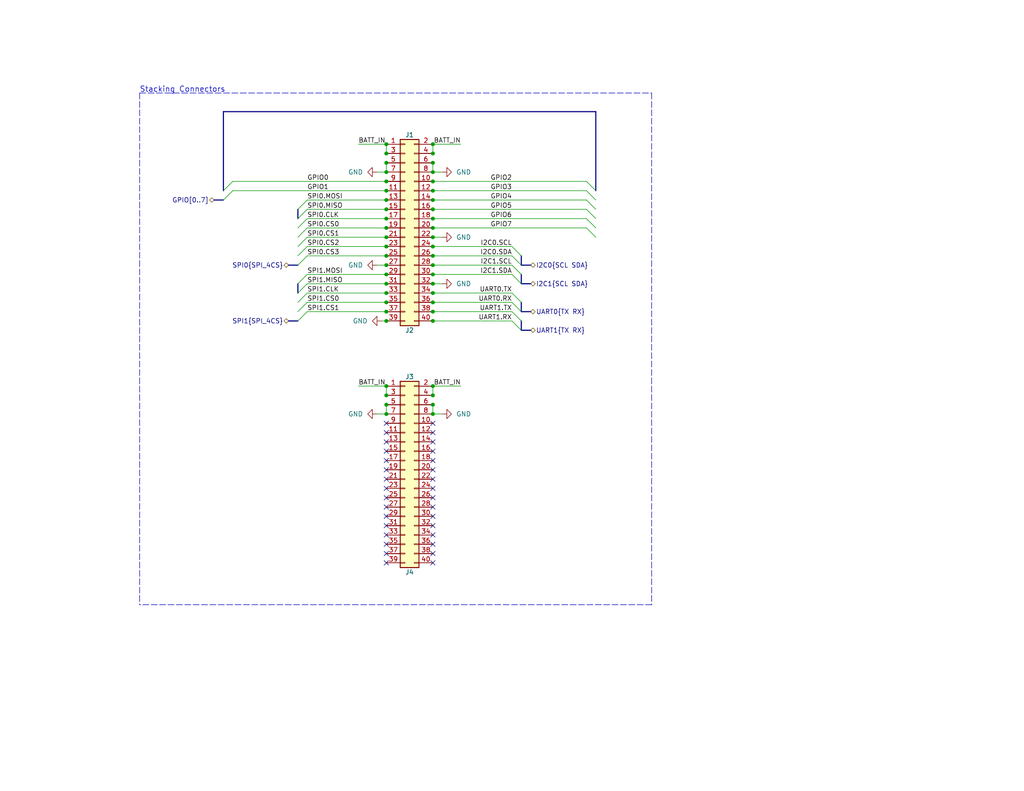
<source format=kicad_sch>
(kicad_sch (version 20210406) (generator eeschema)
  (paper "USLetter")
  (title_block (title "FlySensei Stacking Connectors") (date "2021-05-24") (rev "0.1") (company "George Mason University"))
  (lib_symbols
    (symbol "Connector_Generic:Conn_02x20_Odd_Even" (pin_names (offset 1.016) hide)
      (property "Reference" "J" (at 1.27 25.4 0))
      (property "Value" "Conn_02x20_Odd_Even" (at 1.27 -27.94 0))
      (symbol "Conn_02x20_Odd_Even_1_1"
        (rectangle (start -1.27 -25.273) (end 0 -25.527) (stroke (width 0.1524)))
        (rectangle (start -1.27 -22.733) (end 0 -22.987) (stroke (width 0.1524)))
        (rectangle (start -1.27 -20.193) (end 0 -20.447) (stroke (width 0.1524)))
        (rectangle (start -1.27 -17.653) (end 0 -17.907) (stroke (width 0.1524)))
        (rectangle (start -1.27 -15.113) (end 0 -15.367) (stroke (width 0.1524)))
        (rectangle (start -1.27 -12.573) (end 0 -12.827) (stroke (width 0.1524)))
        (rectangle (start -1.27 -10.033) (end 0 -10.287) (stroke (width 0.1524)))
        (rectangle (start -1.27 -7.493) (end 0 -7.747) (stroke (width 0.1524)))
        (rectangle (start -1.27 -4.953) (end 0 -5.207) (stroke (width 0.1524)))
        (rectangle (start -1.27 -2.413) (end 0 -2.667) (stroke (width 0.1524)))
        (rectangle (start -1.27 0.127) (end 0 -0.127) (stroke (width 0.1524)))
        (rectangle (start -1.27 2.667) (end 0 2.413) (stroke (width 0.1524)))
        (rectangle (start -1.27 5.207) (end 0 4.953) (stroke (width 0.1524)))
        (rectangle (start -1.27 7.747) (end 0 7.493) (stroke (width 0.1524)))
        (rectangle (start -1.27 10.287) (end 0 10.033) (stroke (width 0.1524)))
        (rectangle (start -1.27 12.827) (end 0 12.573) (stroke (width 0.1524)))
        (rectangle (start -1.27 15.367) (end 0 15.113) (stroke (width 0.1524)))
        (rectangle (start -1.27 17.907) (end 0 17.653) (stroke (width 0.1524)))
        (rectangle (start -1.27 20.447) (end 0 20.193) (stroke (width 0.1524)))
        (rectangle (start -1.27 22.987) (end 0 22.733) (stroke (width 0.1524)))
        (rectangle (start 3.81 -25.273) (end 2.54 -25.527) (stroke (width 0.1524)))
        (rectangle (start 3.81 -22.733) (end 2.54 -22.987) (stroke (width 0.1524)))
        (rectangle (start 3.81 -20.193) (end 2.54 -20.447) (stroke (width 0.1524)))
        (rectangle (start 3.81 -17.653) (end 2.54 -17.907) (stroke (width 0.1524)))
        (rectangle (start 3.81 -15.113) (end 2.54 -15.367) (stroke (width 0.1524)))
        (rectangle (start 3.81 -12.573) (end 2.54 -12.827) (stroke (width 0.1524)))
        (rectangle (start 3.81 -10.033) (end 2.54 -10.287) (stroke (width 0.1524)))
        (rectangle (start 3.81 -7.493) (end 2.54 -7.747) (stroke (width 0.1524)))
        (rectangle (start 3.81 -4.953) (end 2.54 -5.207) (stroke (width 0.1524)))
        (rectangle (start 3.81 -2.413) (end 2.54 -2.667) (stroke (width 0.1524)))
        (rectangle (start 3.81 0.127) (end 2.54 -0.127) (stroke (width 0.1524)))
        (rectangle (start 3.81 2.667) (end 2.54 2.413) (stroke (width 0.1524)))
        (rectangle (start 3.81 5.207) (end 2.54 4.953) (stroke (width 0.1524)))
        (rectangle (start 3.81 7.747) (end 2.54 7.493) (stroke (width 0.1524)))
        (rectangle (start 3.81 10.287) (end 2.54 10.033) (stroke (width 0.1524)))
        (rectangle (start 3.81 12.827) (end 2.54 12.573) (stroke (width 0.1524)))
        (rectangle (start 3.81 15.367) (end 2.54 15.113) (stroke (width 0.1524)))
        (rectangle (start 3.81 17.907) (end 2.54 17.653) (stroke (width 0.1524)))
        (rectangle (start 3.81 20.447) (end 2.54 20.193) (stroke (width 0.1524)))
        (rectangle (start 3.81 22.987) (end 2.54 22.733) (stroke (width 0.1524)))
        (rectangle (start -1.27 24.13) (end 3.81 -26.67) (stroke (width 0.254)) (fill (type background)))
        (pin passive line (at -5.08 22.86 0) (length 3.81) (name "Pin_1") (number "1"))
        (pin passive line (at 7.62 12.7 180) (length 3.81) (name "Pin_10") (number "10"))
        (pin passive line (at -5.08 10.16 0) (length 3.81) (name "Pin_11") (number "11"))
        (pin passive line (at 7.62 10.16 180) (length 3.81) (name "Pin_12") (number "12"))
        (pin passive line (at -5.08 7.62 0) (length 3.81) (name "Pin_13") (number "13"))
        (pin passive line (at 7.62 7.62 180) (length 3.81) (name "Pin_14") (number "14"))
        (pin passive line (at -5.08 5.08 0) (length 3.81) (name "Pin_15") (number "15"))
        (pin passive line (at 7.62 5.08 180) (length 3.81) (name "Pin_16") (number "16"))
        (pin passive line (at -5.08 2.54 0) (length 3.81) (name "Pin_17") (number "17"))
        (pin passive line (at 7.62 2.54 180) (length 3.81) (name "Pin_18") (number "18"))
        (pin passive line (at -5.08 0 0) (length 3.81) (name "Pin_19") (number "19"))
        (pin passive line (at 7.62 22.86 180) (length 3.81) (name "Pin_2") (number "2"))
        (pin passive line (at 7.62 0 180) (length 3.81) (name "Pin_20") (number "20"))
        (pin passive line (at -5.08 -2.54 0) (length 3.81) (name "Pin_21") (number "21"))
        (pin passive line (at 7.62 -2.54 180) (length 3.81) (name "Pin_22") (number "22"))
        (pin passive line (at -5.08 -5.08 0) (length 3.81) (name "Pin_23") (number "23"))
        (pin passive line (at 7.62 -5.08 180) (length 3.81) (name "Pin_24") (number "24"))
        (pin passive line (at -5.08 -7.62 0) (length 3.81) (name "Pin_25") (number "25"))
        (pin passive line (at 7.62 -7.62 180) (length 3.81) (name "Pin_26") (number "26"))
        (pin passive line (at -5.08 -10.16 0) (length 3.81) (name "Pin_27") (number "27"))
        (pin passive line (at 7.62 -10.16 180) (length 3.81) (name "Pin_28") (number "28"))
        (pin passive line (at -5.08 -12.7 0) (length 3.81) (name "Pin_29") (number "29"))
        (pin passive line (at -5.08 20.32 0) (length 3.81) (name "Pin_3") (number "3"))
        (pin passive line (at 7.62 -12.7 180) (length 3.81) (name "Pin_30") (number "30"))
        (pin passive line (at -5.08 -15.24 0) (length 3.81) (name "Pin_31") (number "31"))
        (pin passive line (at 7.62 -15.24 180) (length 3.81) (name "Pin_32") (number "32"))
        (pin passive line (at -5.08 -17.78 0) (length 3.81) (name "Pin_33") (number "33"))
        (pin passive line (at 7.62 -17.78 180) (length 3.81) (name "Pin_34") (number "34"))
        (pin passive line (at -5.08 -20.32 0) (length 3.81) (name "Pin_35") (number "35"))
        (pin passive line (at 7.62 -20.32 180) (length 3.81) (name "Pin_36") (number "36"))
        (pin passive line (at -5.08 -22.86 0) (length 3.81) (name "Pin_37") (number "37"))
        (pin passive line (at 7.62 -22.86 180) (length 3.81) (name "Pin_38") (number "38"))
        (pin passive line (at -5.08 -25.4 0) (length 3.81) (name "Pin_39") (number "39"))
        (pin passive line (at 7.62 20.32 180) (length 3.81) (name "Pin_4") (number "4"))
        (pin passive line (at 7.62 -25.4 180) (length 3.81) (name "Pin_40") (number "40"))
        (pin passive line (at -5.08 17.78 0) (length 3.81) (name "Pin_5") (number "5"))
        (pin passive line (at 7.62 17.78 180) (length 3.81) (name "Pin_6") (number "6"))
        (pin passive line (at -5.08 15.24 0) (length 3.81) (name "Pin_7") (number "7"))
        (pin passive line (at 7.62 15.24 180) (length 3.81) (name "Pin_8") (number "8"))
        (pin passive line (at -5.08 12.7 0) (length 3.81) (name "Pin_9") (number "9"))
      )
    )
    (symbol "Connector_Generic:Conn_02x20_Odd_Even_1" (pin_numbers hide) (pin_names (offset 1.016) hide)
      (property "Reference" "J" (at 1.27 25.4 0))
      (property "Value" "Conn_02x20_Odd_Even" (at 1.27 -27.94 0))
      (symbol "Conn_02x20_Odd_Even_1_1_1"
        (rectangle (start -1.27 -25.273) (end 0 -25.527) (stroke (width 0.1524)))
        (rectangle (start -1.27 -22.733) (end 0 -22.987) (stroke (width 0.1524)))
        (rectangle (start -1.27 -20.193) (end 0 -20.447) (stroke (width 0.1524)))
        (rectangle (start -1.27 -17.653) (end 0 -17.907) (stroke (width 0.1524)))
        (rectangle (start -1.27 -15.113) (end 0 -15.367) (stroke (width 0.1524)))
        (rectangle (start -1.27 -12.573) (end 0 -12.827) (stroke (width 0.1524)))
        (rectangle (start -1.27 -10.033) (end 0 -10.287) (stroke (width 0.1524)))
        (rectangle (start -1.27 -7.493) (end 0 -7.747) (stroke (width 0.1524)))
        (rectangle (start -1.27 -4.953) (end 0 -5.207) (stroke (width 0.1524)))
        (rectangle (start -1.27 -2.413) (end 0 -2.667) (stroke (width 0.1524)))
        (rectangle (start -1.27 0.127) (end 0 -0.127) (stroke (width 0.1524)))
        (rectangle (start -1.27 2.667) (end 0 2.413) (stroke (width 0.1524)))
        (rectangle (start -1.27 5.207) (end 0 4.953) (stroke (width 0.1524)))
        (rectangle (start -1.27 7.747) (end 0 7.493) (stroke (width 0.1524)))
        (rectangle (start -1.27 10.287) (end 0 10.033) (stroke (width 0.1524)))
        (rectangle (start -1.27 12.827) (end 0 12.573) (stroke (width 0.1524)))
        (rectangle (start -1.27 15.367) (end 0 15.113) (stroke (width 0.1524)))
        (rectangle (start -1.27 17.907) (end 0 17.653) (stroke (width 0.1524)))
        (rectangle (start -1.27 20.447) (end 0 20.193) (stroke (width 0.1524)))
        (rectangle (start -1.27 22.987) (end 0 22.733) (stroke (width 0.1524)))
        (rectangle (start 3.81 -25.273) (end 2.54 -25.527) (stroke (width 0.1524)))
        (rectangle (start 3.81 -22.733) (end 2.54 -22.987) (stroke (width 0.1524)))
        (rectangle (start 3.81 -20.193) (end 2.54 -20.447) (stroke (width 0.1524)))
        (rectangle (start 3.81 -17.653) (end 2.54 -17.907) (stroke (width 0.1524)))
        (rectangle (start 3.81 -15.113) (end 2.54 -15.367) (stroke (width 0.1524)))
        (rectangle (start 3.81 -12.573) (end 2.54 -12.827) (stroke (width 0.1524)))
        (rectangle (start 3.81 -10.033) (end 2.54 -10.287) (stroke (width 0.1524)))
        (rectangle (start 3.81 -7.493) (end 2.54 -7.747) (stroke (width 0.1524)))
        (rectangle (start 3.81 -4.953) (end 2.54 -5.207) (stroke (width 0.1524)))
        (rectangle (start 3.81 -2.413) (end 2.54 -2.667) (stroke (width 0.1524)))
        (rectangle (start 3.81 0.127) (end 2.54 -0.127) (stroke (width 0.1524)))
        (rectangle (start 3.81 2.667) (end 2.54 2.413) (stroke (width 0.1524)))
        (rectangle (start 3.81 5.207) (end 2.54 4.953) (stroke (width 0.1524)))
        (rectangle (start 3.81 7.747) (end 2.54 7.493) (stroke (width 0.1524)))
        (rectangle (start 3.81 10.287) (end 2.54 10.033) (stroke (width 0.1524)))
        (rectangle (start 3.81 12.827) (end 2.54 12.573) (stroke (width 0.1524)))
        (rectangle (start 3.81 15.367) (end 2.54 15.113) (stroke (width 0.1524)))
        (rectangle (start 3.81 17.907) (end 2.54 17.653) (stroke (width 0.1524)))
        (rectangle (start 3.81 20.447) (end 2.54 20.193) (stroke (width 0.1524)))
        (rectangle (start 3.81 22.987) (end 2.54 22.733) (stroke (width 0.1524)))
        (rectangle (start -1.27 24.13) (end 3.81 -26.67) (stroke (width 0.254)) (fill (type background)))
        (pin passive line (at -5.08 22.86 0) (length 3.81) (name "Pin_1") (number "1"))
        (pin passive line (at 7.62 12.7 180) (length 3.81) (name "Pin_10") (number "10"))
        (pin passive line (at -5.08 10.16 0) (length 3.81) (name "Pin_11") (number "11"))
        (pin passive line (at 7.62 10.16 180) (length 3.81) (name "Pin_12") (number "12"))
        (pin passive line (at -5.08 7.62 0) (length 3.81) (name "Pin_13") (number "13"))
        (pin passive line (at 7.62 7.62 180) (length 3.81) (name "Pin_14") (number "14"))
        (pin passive line (at -5.08 5.08 0) (length 3.81) (name "Pin_15") (number "15"))
        (pin passive line (at 7.62 5.08 180) (length 3.81) (name "Pin_16") (number "16"))
        (pin passive line (at -5.08 2.54 0) (length 3.81) (name "Pin_17") (number "17"))
        (pin passive line (at 7.62 2.54 180) (length 3.81) (name "Pin_18") (number "18"))
        (pin passive line (at -5.08 0 0) (length 3.81) (name "Pin_19") (number "19"))
        (pin passive line (at 7.62 22.86 180) (length 3.81) (name "Pin_2") (number "2"))
        (pin passive line (at 7.62 0 180) (length 3.81) (name "Pin_20") (number "20"))
        (pin passive line (at -5.08 -2.54 0) (length 3.81) (name "Pin_21") (number "21"))
        (pin passive line (at 7.62 -2.54 180) (length 3.81) (name "Pin_22") (number "22"))
        (pin passive line (at -5.08 -5.08 0) (length 3.81) (name "Pin_23") (number "23"))
        (pin passive line (at 7.62 -5.08 180) (length 3.81) (name "Pin_24") (number "24"))
        (pin passive line (at -5.08 -7.62 0) (length 3.81) (name "Pin_25") (number "25"))
        (pin passive line (at 7.62 -7.62 180) (length 3.81) (name "Pin_26") (number "26"))
        (pin passive line (at -5.08 -10.16 0) (length 3.81) (name "Pin_27") (number "27"))
        (pin passive line (at 7.62 -10.16 180) (length 3.81) (name "Pin_28") (number "28"))
        (pin passive line (at -5.08 -12.7 0) (length 3.81) (name "Pin_29") (number "29"))
        (pin passive line (at -5.08 20.32 0) (length 3.81) (name "Pin_3") (number "3"))
        (pin passive line (at 7.62 -12.7 180) (length 3.81) (name "Pin_30") (number "30"))
        (pin passive line (at -5.08 -15.24 0) (length 3.81) (name "Pin_31") (number "31"))
        (pin passive line (at 7.62 -15.24 180) (length 3.81) (name "Pin_32") (number "32"))
        (pin passive line (at -5.08 -17.78 0) (length 3.81) (name "Pin_33") (number "33"))
        (pin passive line (at 7.62 -17.78 180) (length 3.81) (name "Pin_34") (number "34"))
        (pin passive line (at -5.08 -20.32 0) (length 3.81) (name "Pin_35") (number "35"))
        (pin passive line (at 7.62 -20.32 180) (length 3.81) (name "Pin_36") (number "36"))
        (pin passive line (at -5.08 -22.86 0) (length 3.81) (name "Pin_37") (number "37"))
        (pin passive line (at 7.62 -22.86 180) (length 3.81) (name "Pin_38") (number "38"))
        (pin passive line (at -5.08 -25.4 0) (length 3.81) (name "Pin_39") (number "39"))
        (pin passive line (at 7.62 20.32 180) (length 3.81) (name "Pin_4") (number "4"))
        (pin passive line (at 7.62 -25.4 180) (length 3.81) (name "Pin_40") (number "40"))
        (pin passive line (at -5.08 17.78 0) (length 3.81) (name "Pin_5") (number "5"))
        (pin passive line (at 7.62 17.78 180) (length 3.81) (name "Pin_6") (number "6"))
        (pin passive line (at -5.08 15.24 0) (length 3.81) (name "Pin_7") (number "7"))
        (pin passive line (at 7.62 15.24 180) (length 3.81) (name "Pin_8") (number "8"))
        (pin passive line (at -5.08 12.7 0) (length 3.81) (name "Pin_9") (number "9"))
      )
    )
    (symbol "Connector_Generic:Conn_02x20_Odd_Even_2" (pin_numbers hide) (pin_names (offset 1.016) hide)
      (property "Reference" "J" (at 1.27 25.4 0))
      (property "Value" "Conn_02x20_Odd_Even" (at 1.27 -27.94 0))
      (symbol "Conn_02x20_Odd_Even_2_1_1"
        (rectangle (start -1.27 -25.273) (end 0 -25.527) (stroke (width 0.1524)))
        (rectangle (start -1.27 -22.733) (end 0 -22.987) (stroke (width 0.1524)))
        (rectangle (start -1.27 -20.193) (end 0 -20.447) (stroke (width 0.1524)))
        (rectangle (start -1.27 -17.653) (end 0 -17.907) (stroke (width 0.1524)))
        (rectangle (start -1.27 -15.113) (end 0 -15.367) (stroke (width 0.1524)))
        (rectangle (start -1.27 -12.573) (end 0 -12.827) (stroke (width 0.1524)))
        (rectangle (start -1.27 -10.033) (end 0 -10.287) (stroke (width 0.1524)))
        (rectangle (start -1.27 -7.493) (end 0 -7.747) (stroke (width 0.1524)))
        (rectangle (start -1.27 -4.953) (end 0 -5.207) (stroke (width 0.1524)))
        (rectangle (start -1.27 -2.413) (end 0 -2.667) (stroke (width 0.1524)))
        (rectangle (start -1.27 0.127) (end 0 -0.127) (stroke (width 0.1524)))
        (rectangle (start -1.27 2.667) (end 0 2.413) (stroke (width 0.1524)))
        (rectangle (start -1.27 5.207) (end 0 4.953) (stroke (width 0.1524)))
        (rectangle (start -1.27 7.747) (end 0 7.493) (stroke (width 0.1524)))
        (rectangle (start -1.27 10.287) (end 0 10.033) (stroke (width 0.1524)))
        (rectangle (start -1.27 12.827) (end 0 12.573) (stroke (width 0.1524)))
        (rectangle (start -1.27 15.367) (end 0 15.113) (stroke (width 0.1524)))
        (rectangle (start -1.27 17.907) (end 0 17.653) (stroke (width 0.1524)))
        (rectangle (start -1.27 20.447) (end 0 20.193) (stroke (width 0.1524)))
        (rectangle (start -1.27 22.987) (end 0 22.733) (stroke (width 0.1524)))
        (rectangle (start 3.81 -25.273) (end 2.54 -25.527) (stroke (width 0.1524)))
        (rectangle (start 3.81 -22.733) (end 2.54 -22.987) (stroke (width 0.1524)))
        (rectangle (start 3.81 -20.193) (end 2.54 -20.447) (stroke (width 0.1524)))
        (rectangle (start 3.81 -17.653) (end 2.54 -17.907) (stroke (width 0.1524)))
        (rectangle (start 3.81 -15.113) (end 2.54 -15.367) (stroke (width 0.1524)))
        (rectangle (start 3.81 -12.573) (end 2.54 -12.827) (stroke (width 0.1524)))
        (rectangle (start 3.81 -10.033) (end 2.54 -10.287) (stroke (width 0.1524)))
        (rectangle (start 3.81 -7.493) (end 2.54 -7.747) (stroke (width 0.1524)))
        (rectangle (start 3.81 -4.953) (end 2.54 -5.207) (stroke (width 0.1524)))
        (rectangle (start 3.81 -2.413) (end 2.54 -2.667) (stroke (width 0.1524)))
        (rectangle (start 3.81 0.127) (end 2.54 -0.127) (stroke (width 0.1524)))
        (rectangle (start 3.81 2.667) (end 2.54 2.413) (stroke (width 0.1524)))
        (rectangle (start 3.81 5.207) (end 2.54 4.953) (stroke (width 0.1524)))
        (rectangle (start 3.81 7.747) (end 2.54 7.493) (stroke (width 0.1524)))
        (rectangle (start 3.81 10.287) (end 2.54 10.033) (stroke (width 0.1524)))
        (rectangle (start 3.81 12.827) (end 2.54 12.573) (stroke (width 0.1524)))
        (rectangle (start 3.81 15.367) (end 2.54 15.113) (stroke (width 0.1524)))
        (rectangle (start 3.81 17.907) (end 2.54 17.653) (stroke (width 0.1524)))
        (rectangle (start 3.81 20.447) (end 2.54 20.193) (stroke (width 0.1524)))
        (rectangle (start 3.81 22.987) (end 2.54 22.733) (stroke (width 0.1524)))
        (rectangle (start -1.27 24.13) (end 3.81 -26.67) (stroke (width 0.254)) (fill (type background)))
        (pin passive line (at -5.08 22.86 0) (length 3.81) (name "Pin_1") (number "1"))
        (pin passive line (at 7.62 12.7 180) (length 3.81) (name "Pin_10") (number "10"))
        (pin passive line (at -5.08 10.16 0) (length 3.81) (name "Pin_11") (number "11"))
        (pin passive line (at 7.62 10.16 180) (length 3.81) (name "Pin_12") (number "12"))
        (pin passive line (at -5.08 7.62 0) (length 3.81) (name "Pin_13") (number "13"))
        (pin passive line (at 7.62 7.62 180) (length 3.81) (name "Pin_14") (number "14"))
        (pin passive line (at -5.08 5.08 0) (length 3.81) (name "Pin_15") (number "15"))
        (pin passive line (at 7.62 5.08 180) (length 3.81) (name "Pin_16") (number "16"))
        (pin passive line (at -5.08 2.54 0) (length 3.81) (name "Pin_17") (number "17"))
        (pin passive line (at 7.62 2.54 180) (length 3.81) (name "Pin_18") (number "18"))
        (pin passive line (at -5.08 0 0) (length 3.81) (name "Pin_19") (number "19"))
        (pin passive line (at 7.62 22.86 180) (length 3.81) (name "Pin_2") (number "2"))
        (pin passive line (at 7.62 0 180) (length 3.81) (name "Pin_20") (number "20"))
        (pin passive line (at -5.08 -2.54 0) (length 3.81) (name "Pin_21") (number "21"))
        (pin passive line (at 7.62 -2.54 180) (length 3.81) (name "Pin_22") (number "22"))
        (pin passive line (at -5.08 -5.08 0) (length 3.81) (name "Pin_23") (number "23"))
        (pin passive line (at 7.62 -5.08 180) (length 3.81) (name "Pin_24") (number "24"))
        (pin passive line (at -5.08 -7.62 0) (length 3.81) (name "Pin_25") (number "25"))
        (pin passive line (at 7.62 -7.62 180) (length 3.81) (name "Pin_26") (number "26"))
        (pin passive line (at -5.08 -10.16 0) (length 3.81) (name "Pin_27") (number "27"))
        (pin passive line (at 7.62 -10.16 180) (length 3.81) (name "Pin_28") (number "28"))
        (pin passive line (at -5.08 -12.7 0) (length 3.81) (name "Pin_29") (number "29"))
        (pin passive line (at -5.08 20.32 0) (length 3.81) (name "Pin_3") (number "3"))
        (pin passive line (at 7.62 -12.7 180) (length 3.81) (name "Pin_30") (number "30"))
        (pin passive line (at -5.08 -15.24 0) (length 3.81) (name "Pin_31") (number "31"))
        (pin passive line (at 7.62 -15.24 180) (length 3.81) (name "Pin_32") (number "32"))
        (pin passive line (at -5.08 -17.78 0) (length 3.81) (name "Pin_33") (number "33"))
        (pin passive line (at 7.62 -17.78 180) (length 3.81) (name "Pin_34") (number "34"))
        (pin passive line (at -5.08 -20.32 0) (length 3.81) (name "Pin_35") (number "35"))
        (pin passive line (at 7.62 -20.32 180) (length 3.81) (name "Pin_36") (number "36"))
        (pin passive line (at -5.08 -22.86 0) (length 3.81) (name "Pin_37") (number "37"))
        (pin passive line (at 7.62 -22.86 180) (length 3.81) (name "Pin_38") (number "38"))
        (pin passive line (at -5.08 -25.4 0) (length 3.81) (name "Pin_39") (number "39"))
        (pin passive line (at 7.62 20.32 180) (length 3.81) (name "Pin_4") (number "4"))
        (pin passive line (at 7.62 -25.4 180) (length 3.81) (name "Pin_40") (number "40"))
        (pin passive line (at -5.08 17.78 0) (length 3.81) (name "Pin_5") (number "5"))
        (pin passive line (at 7.62 17.78 180) (length 3.81) (name "Pin_6") (number "6"))
        (pin passive line (at -5.08 15.24 0) (length 3.81) (name "Pin_7") (number "7"))
        (pin passive line (at 7.62 15.24 180) (length 3.81) (name "Pin_8") (number "8"))
        (pin passive line (at -5.08 12.7 0) (length 3.81) (name "Pin_9") (number "9"))
      )
    )
    (symbol "power:GND" (power) (pin_names (offset 0))
      (property "Value" "GND" (at 0 -3.81 0))
      (symbol "GND_0_1"
        (polyline (pts (xy 0 0) (xy 0 -1.27) (xy 1.27 -1.27) (xy 0 -2.54) (xy -1.27 -1.27) (xy 0 -1.27)))
      )
      (symbol "GND_1_1"
        (pin power_in line (at 0 0 270) (length 0) hide (name "GND") (number "1"))
      )
    )
  )
  (junction (at 105.41 39.37) (diameter 0.9144))
  (junction (at 105.41 41.91) (diameter 0.9144))
  (junction (at 105.41 44.45) (diameter 0.9144))
  (junction (at 105.41 46.99) (diameter 0.9144))
  (junction (at 105.41 49.53) (diameter 0.9144))
  (junction (at 105.41 52.07) (diameter 0.9144))
  (junction (at 105.41 54.61) (diameter 0.9144))
  (junction (at 105.41 57.15) (diameter 0.9144))
  (junction (at 105.41 59.69) (diameter 0.9144))
  (junction (at 105.41 62.23) (diameter 0.9144))
  (junction (at 105.41 64.77) (diameter 0.9144))
  (junction (at 105.41 67.31) (diameter 0.9144))
  (junction (at 105.41 69.85) (diameter 0.9144))
  (junction (at 105.41 72.39) (diameter 0.9144))
  (junction (at 105.41 74.93) (diameter 0.9144))
  (junction (at 105.41 77.47) (diameter 0.9144))
  (junction (at 105.41 80.01) (diameter 0.9144))
  (junction (at 105.41 82.55) (diameter 0.9144))
  (junction (at 105.41 85.09) (diameter 0.9144))
  (junction (at 105.41 87.63) (diameter 0.9144))
  (junction (at 105.41 105.41) (diameter 0.9144))
  (junction (at 105.41 107.95) (diameter 0.9144))
  (junction (at 105.41 110.49) (diameter 0.9144))
  (junction (at 105.41 113.03) (diameter 0.9144))
  (junction (at 118.11 39.37) (diameter 0.9144))
  (junction (at 118.11 41.91) (diameter 0.9144))
  (junction (at 118.11 44.45) (diameter 0.9144))
  (junction (at 118.11 46.99) (diameter 0.9144))
  (junction (at 118.11 49.53) (diameter 0.9144))
  (junction (at 118.11 52.07) (diameter 0.9144))
  (junction (at 118.11 54.61) (diameter 0.9144))
  (junction (at 118.11 57.15) (diameter 0.9144))
  (junction (at 118.11 59.69) (diameter 0.9144))
  (junction (at 118.11 62.23) (diameter 0.9144))
  (junction (at 118.11 64.77) (diameter 0.9144))
  (junction (at 118.11 67.31) (diameter 0.9144))
  (junction (at 118.11 69.85) (diameter 0.9144))
  (junction (at 118.11 72.39) (diameter 0.9144))
  (junction (at 118.11 74.93) (diameter 0.9144))
  (junction (at 118.11 77.47) (diameter 0.9144))
  (junction (at 118.11 80.01) (diameter 0.9144))
  (junction (at 118.11 82.55) (diameter 0.9144))
  (junction (at 118.11 85.09) (diameter 0.9144))
  (junction (at 118.11 87.63) (diameter 0.9144))
  (junction (at 118.11 105.41) (diameter 0.9144))
  (junction (at 118.11 107.95) (diameter 0.9144))
  (junction (at 118.11 110.49) (diameter 0.9144))
  (junction (at 118.11 113.03) (diameter 0.9144))
  (no_connect (at 105.41 115.57))
  (no_connect (at 105.41 118.11))
  (no_connect (at 105.41 120.65))
  (no_connect (at 105.41 123.19))
  (no_connect (at 105.41 125.73))
  (no_connect (at 105.41 128.27))
  (no_connect (at 105.41 130.81))
  (no_connect (at 105.41 133.35))
  (no_connect (at 105.41 135.89))
  (no_connect (at 105.41 138.43))
  (no_connect (at 105.41 140.97))
  (no_connect (at 105.41 143.51))
  (no_connect (at 105.41 146.05))
  (no_connect (at 105.41 148.59))
  (no_connect (at 105.41 151.13))
  (no_connect (at 105.41 153.67))
  (no_connect (at 118.11 115.57))
  (no_connect (at 118.11 118.11))
  (no_connect (at 118.11 120.65))
  (no_connect (at 118.11 123.19))
  (no_connect (at 118.11 125.73))
  (no_connect (at 118.11 128.27))
  (no_connect (at 118.11 130.81))
  (no_connect (at 118.11 133.35))
  (no_connect (at 118.11 135.89))
  (no_connect (at 118.11 138.43))
  (no_connect (at 118.11 140.97))
  (no_connect (at 118.11 143.51))
  (no_connect (at 118.11 146.05))
  (no_connect (at 118.11 148.59))
  (no_connect (at 118.11 151.13))
  (no_connect (at 118.11 153.67))
  (bus_entry (at 60.96 52.07) (size 2.54 -2.54) (stroke (width 0.1524)))
  (bus_entry (at 60.96 54.61) (size 2.54 -2.54) (stroke (width 0.1524)))
  (bus_entry (at 81.28 57.15) (size 2.54 -2.54) (stroke (width 0.1524)))
  (bus_entry (at 81.28 59.69) (size 2.54 -2.54) (stroke (width 0.1524)))
  (bus_entry (at 81.28 62.23) (size 2.54 -2.54) (stroke (width 0.1524)))
  (bus_entry (at 81.28 64.77) (size 2.54 -2.54) (stroke (width 0.1524)))
  (bus_entry (at 81.28 67.31) (size 2.54 -2.54) (stroke (width 0.1524)))
  (bus_entry (at 81.28 69.85) (size 2.54 -2.54) (stroke (width 0.1524)))
  (bus_entry (at 81.28 72.39) (size 2.54 -2.54) (stroke (width 0.1524)))
  (bus_entry (at 81.28 77.47) (size 2.54 -2.54) (stroke (width 0.1524)))
  (bus_entry (at 81.28 80.01) (size 2.54 -2.54) (stroke (width 0.1524)))
  (bus_entry (at 81.28 82.55) (size 2.54 -2.54) (stroke (width 0.1524)))
  (bus_entry (at 81.28 85.09) (size 2.54 -2.54) (stroke (width 0.1524)))
  (bus_entry (at 81.28 87.63) (size 2.54 -2.54) (stroke (width 0.1524)))
  (bus_entry (at 142.24 69.85) (size -2.54 -2.54) (stroke (width 0.1524)))
  (bus_entry (at 142.24 72.39) (size -2.54 -2.54) (stroke (width 0.1524)))
  (bus_entry (at 142.24 74.93) (size -2.54 -2.54) (stroke (width 0.1524)))
  (bus_entry (at 142.24 77.47) (size -2.54 -2.54) (stroke (width 0.1524)))
  (bus_entry (at 142.24 82.55) (size -2.54 -2.54) (stroke (width 0.1524)))
  (bus_entry (at 142.24 85.09) (size -2.54 -2.54) (stroke (width 0.1524)))
  (bus_entry (at 142.24 87.63) (size -2.54 -2.54) (stroke (width 0.1524)))
  (bus_entry (at 142.24 90.17) (size -2.54 -2.54) (stroke (width 0.1524)))
  (bus_entry (at 162.56 52.07) (size -2.54 -2.54) (stroke (width 0.1524)))
  (bus_entry (at 162.56 54.61) (size -2.54 -2.54) (stroke (width 0.1524)))
  (bus_entry (at 162.56 57.15) (size -2.54 -2.54) (stroke (width 0.1524)))
  (bus_entry (at 162.56 59.69) (size -2.54 -2.54) (stroke (width 0.1524)))
  (bus_entry (at 162.56 62.23) (size -2.54 -2.54) (stroke (width 0.1524)))
  (bus_entry (at 162.56 64.77) (size -2.54 -2.54) (stroke (width 0.1524)))
  (wire (pts (xy 63.5 49.53) (xy 105.41 49.53)))
  (wire (pts (xy 63.5 52.07) (xy 105.41 52.07)))
  (wire (pts (xy 83.82 54.61) (xy 105.41 54.61)))
  (wire (pts (xy 83.82 57.15) (xy 105.41 57.15)))
  (wire (pts (xy 83.82 59.69) (xy 105.41 59.69)))
  (wire (pts (xy 83.82 62.23) (xy 105.41 62.23)))
  (wire (pts (xy 83.82 64.77) (xy 105.41 64.77)))
  (wire (pts (xy 83.82 67.31) (xy 105.41 67.31)))
  (wire (pts (xy 83.82 69.85) (xy 105.41 69.85)))
  (wire (pts (xy 83.82 74.93) (xy 105.41 74.93)))
  (wire (pts (xy 83.82 77.47) (xy 105.41 77.47)))
  (wire (pts (xy 83.82 80.01) (xy 105.41 80.01)))
  (wire (pts (xy 83.82 82.55) (xy 105.41 82.55)))
  (wire (pts (xy 83.82 85.09) (xy 105.41 85.09)))
  (wire (pts (xy 97.79 39.37) (xy 105.41 39.37)))
  (wire (pts (xy 97.79 105.41) (xy 105.41 105.41)))
  (wire (pts (xy 102.87 46.99) (xy 105.41 46.99)))
  (wire (pts (xy 102.87 72.39) (xy 105.41 72.39)))
  (wire (pts (xy 102.87 113.03) (xy 105.41 113.03)))
  (wire (pts (xy 104.14 87.63) (xy 105.41 87.63)))
  (wire (pts (xy 105.41 39.37) (xy 105.41 41.91)))
  (wire (pts (xy 105.41 44.45) (xy 105.41 46.99)))
  (wire (pts (xy 105.41 105.41) (xy 105.41 107.95)))
  (wire (pts (xy 105.41 110.49) (xy 105.41 113.03)))
  (wire (pts (xy 118.11 39.37) (xy 118.11 41.91)))
  (wire (pts (xy 118.11 44.45) (xy 118.11 46.99)))
  (wire (pts (xy 118.11 46.99) (xy 120.65 46.99)))
  (wire (pts (xy 118.11 64.77) (xy 120.65 64.77)))
  (wire (pts (xy 118.11 77.47) (xy 120.65 77.47)))
  (wire (pts (xy 118.11 105.41) (xy 118.11 107.95)))
  (wire (pts (xy 118.11 110.49) (xy 118.11 113.03)))
  (wire (pts (xy 118.11 113.03) (xy 120.65 113.03)))
  (wire (pts (xy 125.73 39.37) (xy 118.11 39.37)))
  (wire (pts (xy 125.73 105.41) (xy 118.11 105.41)))
  (wire (pts (xy 139.7 67.31) (xy 118.11 67.31)))
  (wire (pts (xy 139.7 69.85) (xy 118.11 69.85)))
  (wire (pts (xy 139.7 72.39) (xy 118.11 72.39)))
  (wire (pts (xy 139.7 74.93) (xy 118.11 74.93)))
  (wire (pts (xy 139.7 80.01) (xy 118.11 80.01)))
  (wire (pts (xy 139.7 82.55) (xy 118.11 82.55)))
  (wire (pts (xy 139.7 85.09) (xy 118.11 85.09)))
  (wire (pts (xy 139.7 87.63) (xy 118.11 87.63)))
  (wire (pts (xy 160.02 49.53) (xy 118.11 49.53)))
  (wire (pts (xy 160.02 52.07) (xy 118.11 52.07)))
  (wire (pts (xy 160.02 54.61) (xy 118.11 54.61)))
  (wire (pts (xy 160.02 57.15) (xy 118.11 57.15)))
  (wire (pts (xy 160.02 59.69) (xy 118.11 59.69)))
  (wire (pts (xy 160.02 62.23) (xy 118.11 62.23)))
  (bus (pts (xy 58.42 54.61) (xy 60.96 54.61)))
  (bus (pts (xy 60.96 30.48) (xy 60.96 54.61)))
  (bus (pts (xy 60.96 30.48) (xy 162.56 30.48)))
  (bus (pts (xy 78.74 72.39) (xy 81.28 72.39)))
  (bus (pts (xy 78.74 87.63) (xy 81.28 87.63)))
  (bus (pts (xy 81.28 57.15) (xy 81.28 72.39)))
  (bus (pts (xy 81.28 77.47) (xy 81.28 87.63)))
  (bus (pts (xy 142.24 69.85) (xy 142.24 72.39)))
  (bus (pts (xy 142.24 74.93) (xy 142.24 77.47)))
  (bus (pts (xy 142.24 82.55) (xy 142.24 85.09)))
  (bus (pts (xy 142.24 87.63) (xy 142.24 90.17)))
  (bus (pts (xy 144.78 72.39) (xy 142.24 72.39)))
  (bus (pts (xy 144.78 77.47) (xy 142.24 77.47)))
  (bus (pts (xy 144.78 85.09) (xy 142.24 85.09)))
  (bus (pts (xy 144.78 90.17) (xy 142.24 90.17)))
  (bus (pts (xy 162.56 30.48) (xy 162.56 64.77)))
  (polyline (pts (xy 38.1 25.4) (xy 38.1 165.1)) (stroke (width 0) (type dash)))
  (polyline (pts (xy 38.1 25.4) (xy 177.8 25.4)) (stroke (width 0) (type dash)))
  (polyline (pts (xy 177.8 25.4) (xy 177.8 165.1)) (stroke (width 0) (type dash)))
  (polyline (pts (xy 177.8 165.1) (xy 38.1 165.1)) (stroke (width 0) (type dash)))
  (text "Stacking Connectors" (at 38.1 25.4 0) (effects (font (size 1.5 1.5)) (justify left bottom)))
  (label "GPIO0" (at 83.82 49.53 0))
  (label "GPIO1" (at 83.82 52.07 0))
  (label "SPI0.MOSI" (at 83.82 54.61 0))
  (label "SPI0.MISO" (at 83.82 57.15 0))
  (label "SPI0.CLK" (at 83.82 59.69 0))
  (label "SPI0.CS0" (at 83.82 62.23 0))
  (label "SPI0.CS1" (at 83.82 64.77 0))
  (label "SPI0.CS2" (at 83.82 67.31 0))
  (label "SPI0.CS3" (at 83.82 69.85 0))
  (label "SPI1.MOSI" (at 83.82 74.93 0))
  (label "SPI1.MISO" (at 83.82 77.47 0))
  (label "SPI1.CLK" (at 83.82 80.01 0))
  (label "SPI1.CS0" (at 83.82 82.55 0))
  (label "SPI1.CS1" (at 83.82 85.09 0))
  (label "BATT_IN" (at 97.79 39.37 0))
  (label "BATT_IN" (at 97.79 105.41 0))
  (label "BATT_IN" (at 125.73 39.37 180))
  (label "BATT_IN" (at 125.73 105.41 180))
  (label "GPIO2" (at 139.7 49.53 180))
  (label "GPIO3" (at 139.7 52.07 180))
  (label "GPIO4" (at 139.7 54.61 180))
  (label "GPIO5" (at 139.7 57.15 180))
  (label "GPIO6" (at 139.7 59.69 180))
  (label "GPIO7" (at 139.7 62.23 180))
  (label "I2C0.SCL" (at 139.7 67.31 180))
  (label "I2C0.SDA" (at 139.7 69.85 180))
  (label "I2C1.SCL" (at 139.7 72.39 180))
  (label "I2C1.SDA" (at 139.7 74.93 180))
  (label "UART0.TX" (at 139.7 80.01 180))
  (label "UART0.RX" (at 139.7 82.55 180))
  (label "UART1.TX" (at 139.7 85.09 180))
  (label "UART1.RX" (at 139.7 87.63 180))
  (hierarchical_label "GPIO[0..7]" (shape bidirectional) (at 58.42 54.61 180))
  (hierarchical_label "SPI0{SPI_4CS}" (shape bidirectional) (at 78.74 72.39 180))
  (hierarchical_label "SPI1{SPI_4CS}" (shape bidirectional) (at 78.74 87.63 180))
  (hierarchical_label "I2C0{SCL SDA}" (shape bidirectional) (at 144.78 72.39 0))
  (hierarchical_label "I2C1{SCL SDA}" (shape bidirectional) (at 144.78 77.47 0))
  (hierarchical_label "UART0{TX RX}" (shape bidirectional) (at 144.78 85.09 0))
  (hierarchical_label "UART1{TX RX}" (shape bidirectional) (at 144.78 90.17 0))
  (symbol (lib_id "power:GND") (at 102.87 46.99 270) (unit 1)
    (property "Reference" "#PWR?" (effects hide))
    (property "Value" "GND" (at 99.06 46.9899 90) (effects (justify right)))
  )
  (symbol (lib_id "power:GND") (at 102.87 72.39 270) (unit 1)
    (property "Reference" "#PWR?" (effects hide))
    (property "Value" "GND" (at 99.06 72.3899 90) (effects (justify right)))
  )
  (symbol (lib_id "power:GND") (at 102.87 113.03 270) (unit 1)
    (property "Reference" "#PWR?" (effects hide))
    (property "Value" "GND" (at 99.06 113.0299 90) (effects (justify right)))
  )
  (symbol (lib_id "power:GND") (at 104.14 87.63 270) (unit 1)
    (property "Reference" "#PWR?" (effects hide))
    (property "Value" "GND" (at 100.33 87.6299 90) (effects (justify right)))
  )
  (symbol (lib_id "power:GND") (at 120.65 46.99 90) (mirror x) (unit 1)
    (property "Reference" "#PWR?" (effects hide))
    (property "Value" "GND" (at 124.46 46.9899 90) (effects (justify right)))
  )
  (symbol (lib_id "power:GND") (at 120.65 64.77 90) (mirror x) (unit 1)
    (property "Reference" "#PWR?" (effects hide))
    (property "Value" "GND" (at 124.46 64.7699 90) (effects (justify right)))
  )
  (symbol (lib_id "power:GND") (at 120.65 77.47 90) (mirror x) (unit 1)
    (property "Reference" "#PWR?" (effects hide))
    (property "Value" "GND" (at 124.46 77.4699 90) (effects (justify right)))
  )
  (symbol (lib_id "power:GND") (at 120.65 113.03 90) (mirror x) (unit 1)
    (property "Reference" "#PWR?" (effects hide))
    (property "Value" "GND" (at 124.46 113.0299 90) (effects (justify right)))
  )
  (symbol (lib_id "Connector_Generic:Conn_02x20_Odd_Even") (at 110.49 62.23 0) (unit 1)
    (property "Reference" "J1" (at 111.76 36.83 0))
    (property "Value" "Conn_02x20_Odd_Even_Male" (effects hide))
    (property "Footprint" "Connector_PinHeader_1.27mm:PinHeader_2x20_P1.27mm_Vertical_SMD" (effects hide))
  )
  (symbol (lib_id "Connector_Generic:Conn_02x20_Odd_Even") (at 110.49 128.27 0) (unit 1)
    (property "Reference" "J3" (at 111.76 102.87 0))
    (property "Value" "Conn_02x20_Odd_Even_Male" (effects hide))
    (property "Footprint" "Connector_PinHeader_1.27mm:PinHeader_2x20_P1.27mm_Vertical_SMD" (effects hide))
  )
  (symbol (lib_name "Connector_Generic:Conn_02x20_Odd_Even_2") (lib_id "Connector_Generic:Conn_02x20_Odd_Even") (at 113.03 62.23 0) (mirror y) (unit 1)
    (property "Reference" "J2" (at 111.76 90.17 0))
    (property "Value" "Conn_02x20_Odd_Even_Female" (effects hide))
    (property "Footprint" "Connector_PinHeader_1.27mm:PinHeader_2x20_P1.27mm_Vertical_SMD" (effects hide))
  )
  (symbol (lib_name "Connector_Generic:Conn_02x20_Odd_Even_1") (lib_id "Connector_Generic:Conn_02x20_Odd_Even") (at 113.03 128.27 0) (mirror y) (unit 1)
    (property "Reference" "J4" (at 111.76 156.21 0))
    (property "Value" "Conn_02x20_Odd_Even_Female" (effects hide))
    (property "Footprint" "Connector_PinHeader_1.27mm:PinHeader_2x20_P1.27mm_Vertical_SMD" (effects hide))
  )
)
</source>
